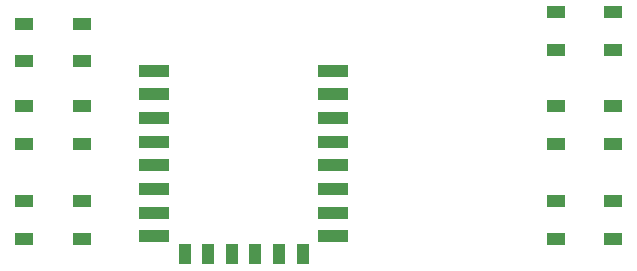
<source format=gbr>
%TF.GenerationSoftware,KiCad,Pcbnew,(6.0.0)*%
%TF.CreationDate,2022-04-27T16:55:33-04:00*%
%TF.ProjectId,ESP12SmallNightLight,45535031-3253-46d6-916c-6c4e69676874,rev?*%
%TF.SameCoordinates,Original*%
%TF.FileFunction,Paste,Bot*%
%TF.FilePolarity,Positive*%
%FSLAX46Y46*%
G04 Gerber Fmt 4.6, Leading zero omitted, Abs format (unit mm)*
G04 Created by KiCad (PCBNEW (6.0.0)) date 2022-04-27 16:55:33*
%MOMM*%
%LPD*%
G01*
G04 APERTURE LIST*
%ADD10R,2.500000X1.000000*%
%ADD11R,1.000000X1.800000*%
%ADD12R,1.500000X1.000000*%
G04 APERTURE END LIST*
D10*
%TO.C,U1*%
X111740000Y-53396000D03*
X111740000Y-55396000D03*
X111740000Y-57396000D03*
X111740000Y-59396000D03*
X111740000Y-61396000D03*
X111740000Y-63396000D03*
X111740000Y-65396000D03*
X111740000Y-67396000D03*
D11*
X109140000Y-68896000D03*
X107140000Y-68896000D03*
X105140000Y-68896000D03*
X103140000Y-68896000D03*
X101140000Y-68896000D03*
X99140000Y-68896000D03*
D10*
X96540000Y-67396000D03*
X96540000Y-65396000D03*
X96540000Y-63396000D03*
X96540000Y-61396000D03*
X96540000Y-59396000D03*
X96540000Y-57396000D03*
X96540000Y-55396000D03*
X96540000Y-53396000D03*
%TD*%
D12*
%TO.C,D1*%
X85550000Y-52600000D03*
X85550000Y-49400000D03*
X90450000Y-49400000D03*
X90450000Y-52600000D03*
%TD*%
%TO.C,D4*%
X130550000Y-51600000D03*
X130550000Y-48400000D03*
X135450000Y-48400000D03*
X135450000Y-51600000D03*
%TD*%
%TO.C,D3*%
X85550000Y-67600000D03*
X85550000Y-64400000D03*
X90450000Y-64400000D03*
X90450000Y-67600000D03*
%TD*%
%TO.C,D5*%
X130550000Y-59600000D03*
X130550000Y-56400000D03*
X135450000Y-56400000D03*
X135450000Y-59600000D03*
%TD*%
%TO.C,D2*%
X85550000Y-59600000D03*
X85550000Y-56400000D03*
X90450000Y-56400000D03*
X90450000Y-59600000D03*
%TD*%
%TO.C,D6*%
X130550000Y-67600000D03*
X130550000Y-64400000D03*
X135450000Y-64400000D03*
X135450000Y-67600000D03*
%TD*%
M02*

</source>
